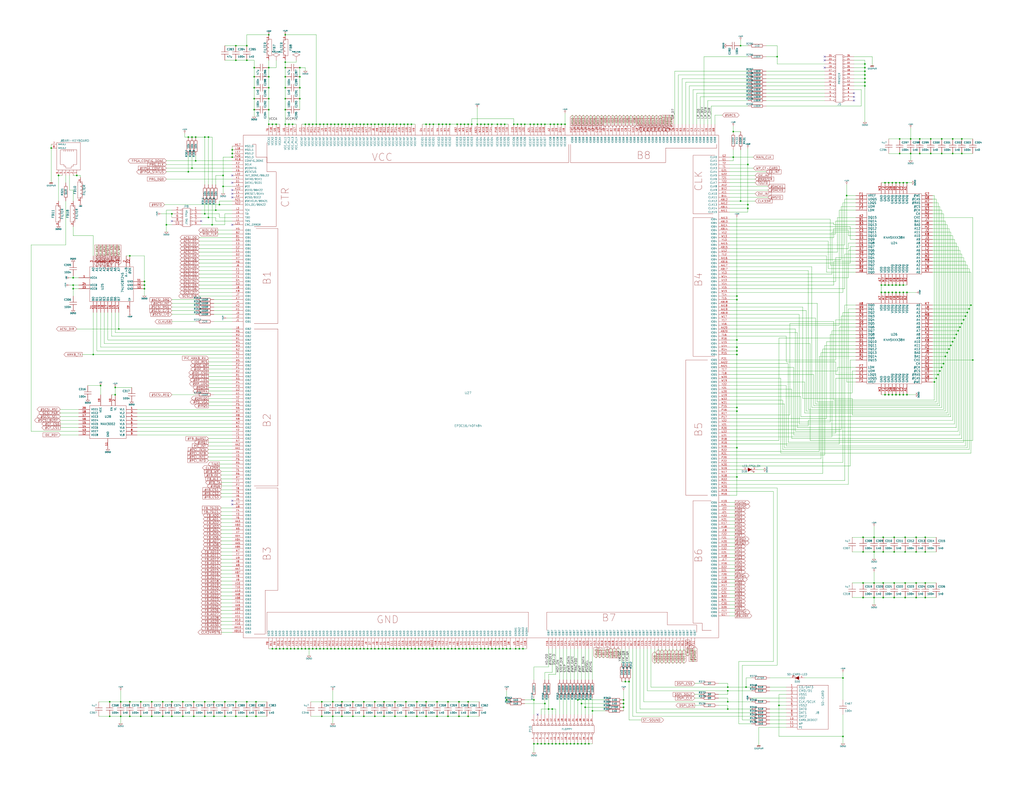
<source format=kicad_sch>
(kicad_sch (version 20230121) (generator eeschema)

  (uuid 778e5599-d263-4524-8d48-067113863e17)

  (paper "User" 711.2 558.8)

  (title_block
    (title "FireBee1 Projekt")
    (date "3 mar 2010")
    (rev "1.00")
    (company "MCS Aschwanden")
  )

  

  (junction (at 130.81 119.38) (diameter 0) (color 0 0 0 0)
    (uuid 000267b3-64ee-4c6f-ac15-8d99ad37aedc)
  )
  (junction (at 267.97 450.85) (diameter 0) (color 0 0 0 0)
    (uuid 001be859-3143-49d2-ab67-505a1f2f93e9)
  )
  (junction (at 270.51 450.85) (diameter 0) (color 0 0 0 0)
    (uuid 00715df4-30bc-4b7c-b272-0520d2bb891b)
  )
  (junction (at 161.29 109.22) (diameter 0) (color 0 0 0 0)
    (uuid 009a983e-764d-4f6e-9072-62e35183505f)
  )
  (junction (at 408.94 516.89) (diameter 0) (color 0 0 0 0)
    (uuid 00b734ce-be3d-43cb-8ee5-2481cb42ab7a)
  )
  (junction (at 373.38 516.89) (diameter 0) (color 0 0 0 0)
    (uuid 0104bf40-7a98-402a-be69-1e396c6cc788)
  )
  (junction (at 224.79 86.36) (diameter 0) (color 0 0 0 0)
    (uuid 014f8640-4a9d-4cb9-8fa9-20d4192eaf68)
  )
  (junction (at 260.35 450.85) (diameter 0) (color 0 0 0 0)
    (uuid 01539d08-7979-4155-945b-f0290e4eb398)
  )
  (junction (at 252.73 86.36) (diameter 0) (color 0 0 0 0)
    (uuid 019a3f89-cc49-4cad-8c09-9b84fa60cfae)
  )
  (junction (at 177.8 497.84) (diameter 0) (color 0 0 0 0)
    (uuid 01e0e8f3-1fa4-4c11-9f26-e0750de28d52)
  )
  (junction (at 403.86 516.89) (diameter 0) (color 0 0 0 0)
    (uuid 01f4c83a-492a-4abd-96d1-54934553f81b)
  )
  (junction (at 383.54 516.89) (diameter 0) (color 0 0 0 0)
    (uuid 02509149-7d22-4a8f-8d90-7291234d653c)
  )
  (junction (at 198.12 46.99) (diameter 0) (color 0 0 0 0)
    (uuid 0313505e-0fb6-4c77-a686-331c45cdcb88)
  )
  (junction (at 149.86 146.05) (diameter 0) (color 0 0 0 0)
    (uuid 05a5c549-0828-40ee-8d82-ac57e1f2c208)
  )
  (junction (at 325.12 86.36) (diameter 0) (color 0 0 0 0)
    (uuid 05efef25-826a-4d40-8986-6d4c4f56b85f)
  )
  (junction (at 142.24 497.84) (diameter 0) (color 0 0 0 0)
    (uuid 06a365a1-4a32-423d-861f-778277f0cfa3)
  )
  (junction (at 198.12 24.13) (diameter 0) (color 0 0 0 0)
    (uuid 06da002c-69cc-4a8a-ad23-a1638b9e9dd3)
  )
  (junction (at 393.7 516.89) (diameter 0) (color 0 0 0 0)
    (uuid 06ef110a-b1c3-4921-89b6-89d3617bfde7)
  )
  (junction (at 624.84 106.68) (diameter 0) (color 0 0 0 0)
    (uuid 07776820-0123-4c6d-abeb-da39311bdea7)
  )
  (junction (at 668.02 106.68) (diameter 0) (color 0 0 0 0)
    (uuid 084c7793-e708-4b87-8281-a4e5c94bb99b)
  )
  (junction (at 607.06 373.38) (diameter 0) (color 0 0 0 0)
    (uuid 0979b45e-7c72-4caa-9c67-70f33a417df4)
  )
  (junction (at 130.81 95.25) (diameter 0) (color 0 0 0 0)
    (uuid 0a12a9ff-f877-4b86-8edc-ad143c2bcdda)
  )
  (junction (at 600.71 59.69) (diameter 0) (color 0 0 0 0)
    (uuid 0aaf35c0-ad6c-43ef-a75e-dfc9c255358b)
  )
  (junction (at 240.03 450.85) (diameter 0) (color 0 0 0 0)
    (uuid 0afb00de-35d2-4b6f-b728-6659dca171e4)
  )
  (junction (at 334.01 450.85) (diameter 0) (color 0 0 0 0)
    (uuid 0b07fcbe-655b-4233-b80c-0ccb523abaae)
  )
  (junction (at 298.45 86.36) (diameter 0) (color 0 0 0 0)
    (uuid 0b1e4815-9527-46a0-a797-c9f3d97e8a2f)
  )
  (junction (at 237.49 497.84) (diameter 0) (color 0 0 0 0)
    (uuid 0c603fcc-fae5-4747-8a5b-409d35c2a279)
  )
  (junction (at 600.71 44.45) (diameter 0) (color 0 0 0 0)
    (uuid 0d00f587-9c49-4f7d-9ea8-1ed675f1e7e3)
  )
  (junction (at 382.27 86.36) (diameter 0) (color 0 0 0 0)
    (uuid 0d3afbb4-ceea-4b63-a933-a945be930b93)
  )
  (junction (at 588.01 135.89) (diameter 0) (color 0 0 0 0)
    (uuid 0dc87aa1-056e-4c7f-9ca6-4424fb1a292b)
  )
  (junction (at 255.27 86.36) (diameter 0) (color 0 0 0 0)
    (uuid 0e15ffa8-af67-413f-9423-5785222db6a4)
  )
  (junction (at 636.27 405.13) (diameter 0) (color 0 0 0 0)
    (uuid 0ead9d3d-2fa4-4683-bd21-80d3a7e6709f)
  )
  (junction (at 511.81 285.75) (diameter 0) (color 0 0 0 0)
    (uuid 0f2bd761-5567-4619-bc5e-26df7d248924)
  )
  (junction (at 670.56 219.71) (diameter 0) (color 0 0 0 0)
    (uuid 0f657c3e-5050-4e81-9d6d-92de9967bde4)
  )
  (junction (at 134.62 487.68) (diameter 0) (color 0 0 0 0)
    (uuid 1077dd04-09fd-4d9c-9069-ed24986b42c9)
  )
  (junction (at 519.43 144.78) (diameter 0) (color 0 0 0 0)
    (uuid 11b3188a-f743-4bf8-a77b-3e8a5c98d76d)
  )
  (junction (at 622.3 127) (diameter 0) (color 0 0 0 0)
    (uuid 12c444ba-35fe-49fb-9743-267081ea19f5)
  )
  (junction (at 613.41 373.38) (diameter 0) (color 0 0 0 0)
    (uuid 13ab8f43-c4eb-4776-bbf1-f1efe915b5e3)
  )
  (junction (at 617.22 203.2) (diameter 0) (color 0 0 0 0)
    (uuid 161c0cd9-c23f-4799-87d9-a8f7a1d2c04e)
  )
  (junction (at 306.07 450.85) (diameter 0) (color 0 0 0 0)
    (uuid 165da1fa-c228-4525-9792-3c8b33322525)
  )
  (junction (at 223.52 497.84) (diameter 0) (color 0 0 0 0)
    (uuid 173b80e2-49fe-4779-b335-f4088a9fcb6f)
  )
  (junction (at 370.84 486.41) (diameter 0) (color 0 0 0 0)
    (uuid 17741344-103a-432f-9302-c07806315786)
  )
  (junction (at 186.69 68.58) (diameter 0) (color 0 0 0 0)
    (uuid 179d3136-130b-49d3-b1a6-609004e00b59)
  )
  (junction (at 433.07 491.49) (diameter 0) (color 0 0 0 0)
    (uuid 17bd22b1-e3cc-45d6-95d7-b0f108c0620e)
  )
  (junction (at 142.24 95.25) (diameter 0) (color 0 0 0 0)
    (uuid 1858fba0-f250-480e-ac38-16de5ace30c2)
  )
  (junction (at 375.92 516.89) (diameter 0) (color 0 0 0 0)
    (uuid 1975d383-50ab-4ea0-8f0a-6eb0bf20d13a)
  )
  (junction (at 266.7 487.68) (diameter 0) (color 0 0 0 0)
    (uuid 1a1263f0-2434-4256-aa01-eb1cc199d6f6)
  )
  (junction (at 505.46 477.52) (diameter 0) (color 0 0 0 0)
    (uuid 1b6ae092-9aa9-4d94-976b-c8893de6eaba)
  )
  (junction (at 303.53 497.84) (diameter 0) (color 0 0 0 0)
    (uuid 1bade33a-3c69-40d7-9b8f-d37481ea94b4)
  )
  (junction (at 234.95 450.85) (diameter 0) (color 0 0 0 0)
    (uuid 1c0274f7-6579-4de0-8a76-eb8405cf0a39)
  )
  (junction (at 50.8 198.12) (diameter 0) (color 0 0 0 0)
    (uuid 1c5a962a-e91c-45d3-b371-929cd25fd528)
  )
  (junction (at 208.28 46.99) (diameter 0) (color 0 0 0 0)
    (uuid 1cbf9148-947e-43a1-9f2a-cfdbb6eb1107)
  )
  (junction (at 619.76 198.12) (diameter 0) (color 0 0 0 0)
    (uuid 1d5f644e-e6b3-4f13-9132-a7dbf05d6265)
  )
  (junction (at 199.39 450.85) (diameter 0) (color 0 0 0 0)
    (uuid 1dc7e645-4a33-4943-b28c-3fdfc3e6767b)
  )
  (junction (at 646.43 106.68) (diameter 0) (color 0 0 0 0)
    (uuid 1eb7cb7b-1cf7-4ff1-9048-028f2a241d5f)
  )
  (junction (at 144.78 95.25) (diameter 0) (color 0 0 0 0)
    (uuid 208f87d2-ee00-48e6-aae1-9b4ce1ebc254)
  )
  (junction (at 222.25 450.85) (diameter 0) (color 0 0 0 0)
    (uuid 219b3846-a7b9-49dd-b20d-ee489aba72c0)
  )
  (junction (at 617.22 198.12) (diameter 0) (color 0 0 0 0)
    (uuid 22c030d8-8bbc-4341-a162-e7a96dc89dd9)
  )
  (junction (at 283.21 86.36) (diameter 0) (color 0 0 0 0)
    (uuid 23ad0b5f-8c17-41fc-a4c4-5bbd09f84185)
  )
  (junction (at 325.12 497.84) (diameter 0) (color 0 0 0 0)
    (uuid 23eb838c-e3ba-472e-a423-b3478362d94d)
  )
  (junction (at 198.12 76.2) (diameter 0) (color 0 0 0 0)
    (uuid 245d05a9-2917-4ce8-8f0a-cb064c540304)
  )
  (junction (at 212.09 86.36) (diameter 0) (color 0 0 0 0)
    (uuid 24dbb16e-b0ea-4f90-a53f-c288e78e0f38)
  )
  (junction (at 127 487.68) (diameter 0) (color 0 0 0 0)
    (uuid 24edba66-b1fe-499d-81ba-a086855f0b5a)
  )
  (junction (at 384.81 86.36) (diameter 0) (color 0 0 0 0)
    (uuid 267c8985-8e77-4079-8dd8-fa194f628e2e)
  )
  (junction (at 612.14 198.12) (diameter 0) (color 0 0 0 0)
    (uuid 27b42f68-699d-4c59-90b1-ebda8da9110d)
  )
  (junction (at 191.77 86.36) (diameter 0) (color 0 0 0 0)
    (uuid 28963c64-3910-4fc7-8136-f6a40803f5d4)
  )
  (junction (at 227.33 86.36) (diameter 0) (color 0 0 0 0)
    (uuid 298cd27d-fc34-449f-9f05-83abee2b8a1e)
  )
  (junction (at 147.32 156.21) (diameter 0) (color 0 0 0 0)
    (uuid 2b44a530-2d94-4186-adda-fc8ec9a4ae38)
  )
  (junction (at 511.81 208.28) (diameter 0) (color 0 0 0 0)
    (uuid 2bf6bfbe-727e-4893-810f-29085194d9ce)
  )
  (junction (at 283.21 450.85) (diameter 0) (color 0 0 0 0)
    (uuid 2c1c4c55-3778-4d98-b504-e694acd6c66d)
  )
  (junction (at 339.09 86.36) (diameter 0) (color 0 0 0 0)
    (uuid 2c37c045-7b9d-47a7-bca2-9e374abb65af)
  )
  (junction (at 661.67 96.52) (diameter 0) (color 0 0 0 0)
    (uuid 2cbe30eb-149b-4d92-9746-c1dc5a8bc36d)
  )
  (junction (at 270.51 86.36) (diameter 0) (color 0 0 0 0)
    (uuid 2d4874b9-1e7a-4969-bc26-bb8a04b18dbb)
  )
  (junction (at 198.12 86.36) (diameter 0) (color 0 0 0 0)
    (uuid 2e6e8d9f-28dd-4a05-96a9-1503b8e418e2)
  )
  (junction (at 142.24 148.59) (diameter 0) (color 0 0 0 0)
    (uuid 322b756e-0048-4a7e-ba03-fc38223dcad2)
  )
  (junction (at 436.88 473.71) (diameter 0) (color 0 0 0 0)
    (uuid 32555003-5e81-4873-a9ba-7b9df7f3e244)
  )
  (junction (at 627.38 274.32) (diameter 0) (color 0 0 0 0)
    (uuid 32d42f26-b042-4b61-b00d-61c4b98cd0c1)
  )
  (junction (at 281.94 487.68) (diameter 0) (color 0 0 0 0)
    (uuid 32d4aa42-f4c7-4af3-8618-459021894a7a)
  )
  (junction (at 135.89 95.25) (diameter 0) (color 0 0 0 0)
    (uuid 330651a4-2fc4-49fc-9ef5-ea03fcfe598b)
  )
  (junction (at 656.59 247.65) (diameter 0) (color 0 0 0 0)
    (uuid 33aaa390-86d3-4f34-8c26-adb32eec279e)
  )
  (junction (at 392.43 86.36) (diameter 0) (color 0 0 0 0)
    (uuid 34d873b5-8daa-4eaa-9367-4b84670db1a9)
  )
  (junction (at 280.67 450.85) (diameter 0) (color 0 0 0 0)
    (uuid 35d2b140-e3b9-416b-ab6d-01decdfc22ac)
  )
  (junction (at 50.8 200.66) (diameter 0) (color 0 0 0 0)
    (uuid 35e27079-ad47-425e-b048-ae346e742b5c)
  )
  (junction (at 364.49 86.36) (diameter 0) (color 0 0 0 0)
    (uuid 36af40c5-700a-4a53-a2a1-b6173a24f30a)
  )
  (junction (at 309.88 86.36) (diameter 0) (color 0 0 0 0)
    (uuid 36b6d59d-16a9-458a-92bb-d97a66a0ca6b)
  )
  (junction (at 76.2 487.68) (diameter 0) (color 0 0 0 0)
    (uuid 36e9ead5-3f52-45d5-bdf2-eda6a683777f)
  )
  (junction (at 134.62 497.84) (diameter 0) (color 0 0 0 0)
    (uuid 38cd4ac3-37c7-4b64-8bf6-005c6f091705)
  )
  (junction (at 176.53 53.34) (diameter 0) (color 0 0 0 0)
    (uuid 390e1997-78d0-46dd-8118-b8f0b99213cc)
  )
  (junction (at 252.73 497.84) (diameter 0) (color 0 0 0 0)
    (uuid 3c81372e-a603-434a-8c2c-807318e61ee9)
  )
  (junction (at 212.09 450.85) (diameter 0) (color 0 0 0 0)
    (uuid 3cbc12a6-659a-44c4-8969-43fecf695ecf)
  )
  (junction (at 247.65 450.85) (diameter 0) (color 0 0 0 0)
    (uuid 3d33fbf8-f9ba-4e48-9004-0d4d0c71ddc9)
  )
  (junction (at 308.61 450.85) (diameter 0) (color 0 0 0 0)
    (uuid 3da3afe8-a50b-429f-9eee-e01055a8e5cc)
  )
  (junction (at 411.48 494.03) (diameter 0) (color 0 0 0 0)
    (uuid 3dc04f4c-d0c9-439a-866e-e894ef18995e)
  )
  (junction (at 214.63 450.85) (diameter 0) (color 0 0 0 0)
    (uuid 3ed4e1fe-bdd4-4e5c-8555-4f8dc6707acb)
  )
  (junction (at 331.47 450.85) (diameter 0) (color 0 0 0 0)
    (uuid 3f3d7b69-9cff-4f6e-ab02-ff287a7c2c33)
  )
  (junction (at 599.44 383.54) (diameter 0) (color 0 0 0 0)
    (uuid 3f593403-581d-442d-bf96-38e1deac3afd)
  )
  (junction (at 171.45 487.68) (diameter 0) (color 0 0 0 0)
    (uuid 403ff98b-5ab6-478a-b356-650d339ca312)
  )
  (junction (at 636.27 373.38) (diameter 0) (color 0 0 0 0)
    (uuid 406370ee-3f4d-4f46-ade0-3eab8648e57c)
  )
  (junction (at 266.7 497.84) (diameter 0) (color 0 0 0 0)
    (uuid 40ae65ed-eb7b-484e-9cf8-46a441532322)
  )
  (junction (at 391.16 516.89) (diameter 0) (color 0 0 0 0)
    (uuid 4144efd0-2c23-4888-befd-3e7b049aad78)
  )
  (junction (at 257.81 86.36) (diameter 0) (color 0 0 0 0)
    (uuid 414557a6-7716-4791-a5d4-2fb6064c323b)
  )
  (junction (at 142.24 487.68) (diameter 0) (color 0 0 0 0)
    (uuid 41ae3828-7302-4fba-82b9-13a8909afa12)
  )
  (junction (at 614.68 127) (diameter 0) (color 0 0 0 0)
    (uuid 41bba09b-2149-4fff-aba1-e146c7d4c2e0)
  )
  (junction (at 624.84 198.12) (diameter 0) (color 0 0 0 0)
    (uuid 41c54f8b-e12f-4d7a-b181-5c3d52b71262)
  )
  (junction (at 76.2 497.84) (diameter 0) (color 0 0 0 0)
    (uuid 42b1e4ce-e552-4c4c-8554-ecadd2390ee6)
  )
  (junction (at 627.38 198.12) (diameter 0) (color 0 0 0 0)
    (uuid 43430bc2-372f-4a90-92ef-c630e140d7a4)
  )
  (junction (at 267.97 86.36) (diameter 0) (color 0 0 0 0)
    (uuid 4406c087-35fd-44bb-a61b-cd13ced90b92)
  )
  (junction (at 585.47 471.17) (diameter 0) (color 0 0 0 0)
    (uuid 45218378-ca43-4535-b69c-34831daf0412)
  )
  (junction (at 289.56 487.68) (diameter 0) (color 0 0 0 0)
    (uuid 4737f7bc-e17d-416f-8618-1473a8be4f96)
  )
  (junction (at 171.45 497.84) (diameter 0) (color 0 0 0 0)
    (uuid 47e24e64-6c63-49c7-89f7-1844eb76bc2a)
  )
  (junction (at 255.27 450.85) (diameter 0) (color 0 0 0 0)
    (uuid 48274257-baed-409b-884e-a31d58084d08)
  )
  (junction (at 119.38 487.68) (diameter 0) (color 0 0 0 0)
    (uuid 493ea006-c470-4020-ab31-fb3092dbe971)
  )
  (junction (at 219.71 450.85) (diameter 0) (color 0 0 0 0)
    (uuid 49f97f4c-d6c4-4d83-9b2c-db018174a2c5)
  )
  (junction (at 217.17 86.36) (diameter 0) (color 0 0 0 0)
    (uuid 4bbbe49b-3a58-4ae6-883f-d822f8aec991)
  )
  (junction (at 654.05 255.27) (diameter 0) (color 0 0 0 0)
    (uuid 4c7f41c9-e604-4099-bb26-41d7cdbd275f)
  )
  (junction (at 119.38 148.59) (diameter 0) (color 0 0 0 0)
    (uuid 4d8a8b4d-1663-4237-bbe7-dfaa0e1e9c57)
  )
  (junction (at 223.52 487.68) (diameter 0) (color 0 0 0 0)
    (uuid 4dab4df3-56c9-4dde-b82c-360eb4ac9100)
  )
  (junction (at 295.91 487.68) (diameter 0) (color 0 0 0 0)
    (uuid 4dd59cf9-69e9-4019-87a5-b8336fcd8e1b)
  )
  (junction (at 144.78 151.13) (diameter 0) (color 0 0 0 0)
    (uuid 4ddfd080-ab5c-4797-9ebe-c7c268ac6344)
  )
  (junction (at 293.37 450.85) (diameter 0) (color 0 0 0 0)
    (uuid 4ee6ba2c-889c-4037-b603-7e2cbdf74c81)
  )
  (junction (at 317.5 86.36) (diameter 0) (color 0 0 0 0)
    (uuid 4f4b48c2-5cbd-4027-ac17-af312db5af3c)
  )
  (junction (at 654.05 96.52) (diameter 0) (color 0 0 0 0)
    (uuid 4f50981b-4f25-433e-a62c-a14828918f9b)
  )
  (junction (at 232.41 450.85) (diameter 0) (color 0 0 0 0)
    (uuid 4f589c84-36d1-423e-be73-8400d421a81b)
  )
  (junction (at 288.29 450.85) (diameter 0) (color 0 0 0 0)
    (uuid 5170d4e4-30cf-4ded-a545-920292362cdf)
  )
  (junction (at 629.92 203.2) (diameter 0) (color 0 0 0 0)
    (uuid 51a5f567-3328-4c5c-802c-44c4cd26db59)
  )
  (junction (at 614.68 274.32) (diameter 0) (color 0 0 0 0)
    (uuid 51aad1de-c4f1-466b-b646-e97fa4feec98)
  )
  (junction (at 511.81 205.74) (diameter 0) (color 0 0 0 0)
    (uuid 51de80be-26b8-47f5-9336-5e0cde021ba4)
  )
  (junction (at 664.21 232.41) (diameter 0) (color 0 0 0 0)
    (uuid 539e4152-114f-40f1-a956-4cc99d7e6545)
  )
  (junction (at 83.82 487.68) (diameter 0) (color 0 0 0 0)
    (uuid 53bb1e3b-c2e7-400f-b843-756171ac80be)
  )
  (junction (at 208.28 68.58) (diameter 0) (color 0 0 0 0)
    (uuid 53df7e3f-39b1-4ffa-b4fc-252b6572d30e)
  )
  (junction (at 163.83 31.75) (diameter 0) (color 0 0 0 0)
    (uuid 54e43295-52eb-4f00-890b-0543b1f126d3)
  )
  (junction (at 154.94 129.54) (diameter 0) (color 0 0 0 0)
    (uuid 5528df10-e4b2-49e9-968a-2023114394c4)
  )
  (junction (at 619.76 274.32) (diameter 0) (color 0 0 0 0)
    (uuid 55d6e98a-3f42-482b-8646-87f4c63c9df9)
  )
  (junction (at 675.64 250.19) (diameter 0) (color 0 0 0 0)
    (uuid 56f49ddf-5417-409a-b3d3-7bf864a4d3a7)
  )
  (junction (at 177.8 487.68) (diameter 0) (color 0 0 0 0)
    (uuid 572c4292-e4fd-4628-aa7c-ae4e4049f9d7)
  )
  (junction (at 648.97 265.43) (diameter 0) (color 0 0 0 0)
    (uuid 57a414f0-3f50-42fb-a553-41bec160cc00)
  )
  (junction (at 351.79 486.41) (diameter 0) (color 0 0 0 0)
    (uuid 5814eb90-296d-4fae-8b6c-14dbd5d5b1d5)
  )
  (junction (at 90.17 177.8) (diameter 0) (color 0 0 0 0)
    (uuid 58208391-1503-4c05-bbc4-ee18d75fbbc2)
  )
  (junction (at 341.63 450.85) (diameter 0) (color 0 0 0 0)
    (uuid 5827ec03-991e-47d7-99ff-d9cf47ff1052)
  )
  (junction (at 148.59 487.68) (diameter 0) (color 0 0 0 0)
    (uuid 58a6f144-113a-413e-9632-ddf630cf1235)
  )
  (junction (at 281.94 497.84) (diameter 0) (color 0 0 0 0)
    (uuid 59bef6dc-812f-4088-809d-db402a791c17)
  )
  (junction (at 208.28 53.34) (diameter 0) (color 0 0 0 0)
    (uuid 5a4cf7cb-ac47-4a26-8e26-d299ff2bb701)
  )
  (junction (at 642.62 383.54) (diameter 0) (color 0 0 0 0)
    (uuid 5a76471c-802f-4482-a9bf-ac8f4fc49793)
  )
  (junction (at 511.81 241.3) (diameter 0) (color 0 0 0 0)
    (uuid 5a9f28e1-3a07-4162-94b3-13f09e9761ee)
  )
  (junction (at 163.83 497.84) (diameter 0) (color 0 0 0 0)
    (uuid 5aae9844-361c-4aed-ab31-e510ba89844d)
  )
  (junction (at 176.53 68.58) (diameter 0) (color 0 0 0 0)
    (uuid 5afbc2b5-33e8-41d1-8b90-f42dd24381fa)
  )
  (junction (at 621.03 415.29) (diameter 0) (color 0 0 0 0)
    (uuid 5b639c25-b622-4400-8666-55930c155670)
  )
  (junction (at 237.49 450.85) (diameter 0) (color 0 0 0 0)
    (uuid 5b85aa5f-21ce-44c4-9de5-813d42108baa)
  )
  (junction (at 186.69 53.34) (diameter 0) (color 0 0 0 0)
    (uuid 5c192b67-9487-4dbf-b8f7-6fbff3735c92)
  )
  (junction (at 674.37 212.09) (diameter 0) (color 0 0 0 0)
    (uuid 5c904bad-df47-4aa4-9ed1-bf55484096d8)
  )
  (junction (at 204.47 450.85) (diameter 0) (color 0 0 0 0)
    (uuid 5cb66738-4a55-4c64-953c-1b4b94b566d5)
  )
  (junction (at 171.45 31.75) (diameter 0) (color 0 0 0 0)
    (uuid 5cd412a6-2da6-4603-97d9-2a6ae272ef3c)
  )
  (junction (at 194.31 450.85) (diameter 0) (color 0 0 0 0)
    (uuid 5ce7ccf2-d029-44c9-8825-fe8248c6ad06)
  )
  (junction (at 113.03 497.84) (diameter 0) (color 0 0 0 0)
    (uuid 5e1e6e1e-6927-4bab-8a42-0726b8d5c764)
  )
  (junction (at 325.12 487.68) (diameter 0) (color 0 0 0 0)
    (uuid 603eea95-383c-4b27-bd33-d47cdf259181)
  )
  (junction (at 511.81 243.84) (diameter 0) (color 0 0 0 0)
    (uuid 605017fa-3033-4f8a-baf1-f05a6f35eb61)
  )
  (junction (at 654.05 106.68) (diameter 0) (color 0 0 0 0)
    (uuid 61291eab-626d-4d4b-bf61-bbee83b466c2)
  )
  (junction (at 80.01 269.24) (diameter 0) (color 0 0 0 0)
    (uuid 61bfad4c-fb97-4fa0-b7ef-919cf2c89503)
  )
  (junction (at 214.63 86.36) (diameter 0) (color 0 0 0 0)
    (uuid 61d6ad77-915b-4f87-8b00-aa6f2b85cb77)
  )
  (junction (at 198.12 53.34) (diameter 0) (color 0 0 0 0)
    (uuid 6217ce3a-9eb0-49a7-ae88-9ce9891fbe52)
  )
  (junction (at 511.81 311.15) (diameter 0) (color 0 0 0 0)
    (uuid 6261b10b-4c93-4580-836a-ca0a35050447)
  )
  (junction (at 636.27 383.54) (diameter 0) (color 0 0 0 0)
    (uuid 633b7178-d690-49df-879b-170bee6f83a2)
  )
  (junction (at 628.65 373.38) (diameter 0) (color 0 0 0 0)
    (uuid 63db73ab-165b-4a07-bda4-efa33a9d40e0)
  )
  (junction (at 307.34 86.36) (diameter 0) (color 0 0 0 0)
    (uuid 64436117-59b1-4d63-b3d8-53317c01a6d4)
  )
  (junction (at 389.89 86.36) (diameter 0) (color 0 0 0 0)
    (uuid 662e56f1-fb43-4a47-8c74-480388f8b81f)
  )
  (junction (at 381 516.89) (diameter 0) (color 0 0 0 0)
    (uuid 665f02f4-e31f-4586-92b3-358dee823a8e)
  )
  (junction (at 156.21 487.68) (diameter 0) (color 0 0 0 0)
    (uuid 666b6a0f-7ddc-4064-8535-ff1e6c235a0e)
  )
  (junction (at 322.58 86.36) (diameter 0) (color 0 0 0 0)
    (uuid 67514bea-e876-4e14-b138-1bc7b8a2c343)
  )
  (junction (at 82.55 228.6) (diameter 0) (color 0 0 0 0)
    (uuid 67a55ae0-dbaa-4f17-ba9f-1755adf87ead)
  )
  (junction (at 624.84 274.32) (diameter 0) (color 0 0 0 0)
    (uuid 67d95926-27df-43e7-a2ce-11dbd7fd7c65)
  )
  (junction (at 386.08 516.89) (diameter 0) (color 0 0 0 0)
    (uuid 67f2bea5-26a5-40d0-b361-4cce7af4105c)
  )
  (junction (at 627.38 127) (diameter 0) (color 0 0 0 0)
    (uuid 6854313b-6ef0-4122-8655-80f2683debae)
  )
  (junction (at 505.46 487.68) (diameter 0) (color 0 0 0 0)
    (uuid 69770c1f-1efd-444b-a51e-b9c598516418)
  )
  (junction (at 638.81 96.52) (diameter 0) (color 0 0 0 0)
    (uuid 69e0e227-7a20-4102-b97c-be7c383063b9)
  )
  (junction (at 320.04 86.36) (diameter 0) (color 0 0 0 0)
    (uuid 69fd1067-8153-4b41-b7ae-adc4c2a90dcd)
  )
  (junction (at 115.57 156.21) (diameter 0) (color 0 0 0 0)
    (uuid 6a4031a4-2017-4666-ad9b-8b99cbba765d)
  )
  (junction (at 321.31 450.85) (diameter 0) (color 0 0 0 0)
    (uuid 6aef4ec2-4592-46df-b9a2-b3c3c7f504e9)
  )
  (junction (at 519.43 114.3) (diameter 0) (color 0 0 0 0)
    (uuid 6b292ebd-7067-4b24-b6d3-08749796638c)
  )
  (junction (at 383.54 492.76) (diameter 0) (color 0 0 0 0)
    (uuid 6c83cd53-7445-4d19-9901-b6ca304959f3)
  )
  (junction (at 105.41 487.68) (diameter 0) (color 0 0 0 0)
    (uuid 6c8c093d-b998-4934-bf9e-8939373263e3)
  )
  (junction (at 669.29 222.25) (diameter 0) (color 0 0 0 0)
    (uuid 6ceda209-ff7b-461e-a4a9-ac5e0eeeed09)
  )
  (junction (at 260.35 86.36) (diameter 0) (color 0 0 0 0)
    (uuid 6d9df807-259e-4642-b276-3437d75a63e0)
  )
  (junction (at 245.11 487.68) (diameter 0) (color 0 0 0 0)
    (uuid 6dab7dac-dbea-4111-b83e-f4b562612c25)
  )
  (junction (at 198.12 43.18) (diameter 0) (color 0 0 0 0)
    (uuid 6dab8fc9-076b-48ed-b96e-2af29f7547a6)
  )
  (junction (at 105.41 497.84) (diameter 0) (color 0 0 0 0)
    (uuid 6eedf10b-0914-404e-b03b-505f4bcebd1e)
  )
  (junction (at 336.55 450.85) (diameter 0) (color 0 0 0 0)
    (uuid 6f3aa2fc-67ab-4d14-bc26-3832d5ebc46a)
  )
  (junction (at 163.83 487.68) (diameter 0) (color 0 0 0 0)
    (uuid 7070c2b9-b8aa-4a80-8c43-33474047cbf8)
  )
  (junction (at 607.06 405.13) (diameter 0) (color 0 0 0 0)
    (uuid 70824480-5ab8-4340-9ab8-b3e379b8155c)
  )
  (junction (at 665.48 229.87) (diameter 0) (color 0 0 0 0)
    (uuid 71b8ce2b-13b8-47cf-8f2d-e1f4b06d1537)
  )
  (junction (at 198.12 68.58) (diameter 0) (color 0 0 0 0)
    (uuid 727b6af9-7a76-4207-a9d3-df7440aa2da3)
  )
  (junction (at 347.98 86.36) (diameter 0) (color 0 0 0 0)
    (uuid 72b0be8e-17f0-4b57-90a9-f94d3ce6606d)
  )
  (junction (at 509.27 109.22) (diameter 0) (color 0 0 0 0)
    (uuid 732dd6f4-da4e-4b90-b86d-7a2474f1cda8)
  )
  (junction (at 629.92 274.32) (diameter 0) (color 0 0 0 0)
    (uuid 73ca67d5-4570-47a3-a296-ee791166719b)
  )
  (junction (at 304.8 86.36) (diameter 0) (color 0 0 0 0)
    (uuid 748f5c0d-019c-428b-9d44-4a7ca5801e55)
  )
  (junction (at 613.41 405.13) (diameter 0) (color 0 0 0 0)
    (uuid 751bb177-05f1-43bf-b64b-4e1f26d96758)
  )
  (junction (at 252.73 450.85) (diameter 0) (color 0 0 0 0)
    (uuid 754fcaae-bd59-4714-8070-ebd9560591f9)
  )
  (junction (at 585.47 511.81) (diameter 0) (color 0 0 0 0)
    (uuid 75934706-bd1d-4832-9b1a-c3b450558b03)
  )
  (junction (at 198.12 60.96) (diameter 0) (color 0 0 0 0)
    (uuid 763b1de1-f52e-4f5d-a2c5-e1329fc39bca)
  )
  (junction (at 434.34 473.71) (diameter 0) (color 0 0 0 0)
    (uuid 76b2a960-eb1e-430b-9c66-b68ec0d94aab)
  )
  (junction (at 35.56 102.87) (diameter 0) (color 0 0 0 0)
    (uuid 76e65099-aaa2-46f8-9442-6850b4cb1e94)
  )
  (junction (at 628.65 383.54) (diameter 0) (color 0 0 0 0)
    (uuid 7744c158-dffb-4c3c-b5de-b569c42d2d96)
  )
  (junction (at 350.52 86.36) (diameter 0) (color 0 0 0 0)
    (uuid 77b9abf9-0eb4-4ac3-9ef6-9abc760a8588)
  )
  (junction (at 387.35 86.36) (diameter 0) (color 0 0 0 0)
    (uuid 7a159575-1a94-4c73-9725-1f874d0da057)
  )
  (junction (at 406.4 491.49) (diameter 0) (color 0 0 0 0)
    (uuid 7bac69c1-63af-47af-b183-9c0c2190cdb8)
  )
  (junction (at 196.85 450.85) (diameter 0) (color 0 0 0 0)
    (uuid 7bdec579-2d9b-4969-9e1c-6a5f842e87ac)
  )
  (junction (at 227.33 450.85) (diameter 0) (color 0 0 0 0)
    (uuid 7c50148d-decb-4015-8b6c-87be5ee60265)
  )
  (junction (at 619.76 127) (diameter 0) (color 0 0 0 0)
    (uuid 7c7124f3-f7fc-4e73-9f0d-5bbbe48fca14)
  )
  (junction (at 247.65 86.36) (diameter 0) (color 0 0 0 0)
    (uuid 7d593328-ea42-444e-97ed-240520eeadc7)
  )
  (junction (at 234.95 86.36) (diameter 0) (color 0 0 0 0)
    (uuid 7de70b3c-3d7a-4e26-af6e-107f7e83d656)
  )
  (junction (at 622.3 198.12) (diameter 0) (color 0 0 0 0)
    (uuid 7ef5c0c0-fdcc-4c96-b661-73a9c813f210)
  )
  (junction (at 359.41 86.36) (diameter 0) (color 0 0 0 0)
    (uuid 7fc90ed7-a0fb-4999-83a1-2d254e6c8cad)
  )
  (junction (at 627.38 203.2) (diameter 0) (color 0 0 0 0)
    (uuid 7ff04b7e-0156-442f-be5c-e36eded3e155)
  )
  (junction (at 361.95 86.36) (diameter 0) (color 0 0 0 0)
    (uuid 802b6e62-da8a-4718-9bcd-17c8d564272e)
  )
  (junction (at 660.4 240.03) (diameter 0) (color 0 0 0 0)
    (uuid 80403dbb-8161-4172-94b7-f9808629e487)
  )
  (junction (at 260.35 487.68) (diameter 0) (color 0 0 0 0)
    (uuid 8040aa62-e9e9-4642-93c9-10e3e8f400f6)
  )
  (junction (at 334.01 86.36) (diameter 0) (color 0 0 0 0)
    (uuid 81953c15-114d-4afc-bb2f-ccbfe96a1c44)
  )
  (junction (at 257.81 450.85) (diameter 0) (color 0 0 0 0)
    (uuid 822dd0db-6c0b-470d-998a-00a4c0e96e7d)
  )
  (junction (at 289.56 497.84) (diameter 0) (color 0 0 0 0)
    (uuid 829e2712-7583-40bd-90d3-155c4b8a1b10)
  )
  (junction (at 135.89 111.76) (diameter 0) (color 0 0 0 0)
    (uuid 850facd1-5dd6-4900-8598-57115f1aaef4)
  )
  (junction (at 657.86 245.11) (diameter 0) (color 0 0 0 0)
    (uuid 8596d243-7d0a-41bc-a3f3-df256eb61a9c)
  )
  (junction (at 666.75 227.33) (diameter 0) (color 0 0 0 0)
    (uuid 85b83f23-d661-40e8-a475-91a0d1d0a9db)
  )
  (junction (at 646.43 96.52) (diameter 0) (color 0 0 0 0)
    (uuid 8713aaaf-b83a-4816-8acb-8a41cc95d33e)
  )
  (junction (at 295.91 450.85) (diameter 0) (color 0 0 0 0)
    (uuid 872fac62-2c49-453a-a559-1cfc2fce9221)
  )
  (junction (at 203.2 86.36) (diameter 0) (color 0 0 0 0)
    (uuid 882992a2-48c0-4c08-bba1-f6d0a55e2a7d)
  )
  (junction (at 331.47 86.36) (diameter 0) (color 0 0 0 0)
    (uuid 894801ce-e14f-4fe5-aee4-a3b51103500c)
  )
  (junction (at 621.03 383.54) (diameter 0) (color 0 0 0 0)
    (uuid 89c07330-9eff-4ffc-bace-a233635de1b3)
  )
  (junction (at 642.62 373.38) (diameter 0) (color 0 0 0 0)
    (uuid 8a32eb2e-f8f1-44c3-ae21-6b8ac5347660)
  )
  (junction (at 652.78 257.81) (diameter 0) (color 0 0 0 0)
    (uuid 8a58b841-dd3b-4b52-b66e-51227767d626)
  )
  (junction (at 217.17 450.85) (diameter 0) (color 0 0 0 0)
    (uuid 8a69421d-b19d-4dd2-8c07-a11f6b509a9b)
  )
  (junction (at 662.94 234.95) (diameter 0) (color 0 0 0 0)
    (uuid 8af0a2ac-493c-49f5-9588-fa7be91dc439)
  )
  (junction (at 378.46 488.95) (diameter 0) (color 0 0 0 0)
    (uuid 8d6c3996-76d0-48fa-851c-3f69e3f2eb1e)
  )
  (junction (at 614.68 198.12) (diameter 0) (color 0 0 0 0)
    (uuid 8d762d5f-6001-4e19-9855-a2cfcaea585b)
  )
  (junction (at 599.44 373.38) (diameter 0) (color 0 0 0 0)
    (uuid 8df6a36e-2618-4b3b-bf7d-936a20e3dca2)
  )
  (junction (at 90.17 497.84) (diameter 0) (color 0 0 0 0)
    (uuid 8ea1a5d0-e99b-4eca-8649-cd89f557c0bc)
  )
  (junction (at 344.17 450.85) (diameter 0) (color 0 0 0 0)
    (uuid 8f30a500-1172-4ba6-8559-43f0dc4727c9)
  )
  (junction (at 327.66 86.36) (diameter 0) (color 0 0 0 0)
    (uuid 8fa447e4-c604-4f23-a5bc-2e1ca9e5b1b2)
  )
  (junction (at 208.28 60.96) (diameter 0) (color 0 0 0 0)
    (uuid 9020196c-e65b-4f88-b26e-411fa372f698)
  )
  (junction (at 207.01 450.85) (diameter 0) (color 0 0 0 0)
    (uuid 902e5207-b7e0-4ed2-b5a6-d3064493fb51)
  )
  (junction (at 612.14 203.2) (diameter 0) (color 0 0 0 0)
    (uuid 903e75f0-5071-4d3a-824f-5e77271ca8db)
  )
  (junction (at 127 497.84) (diameter 0) (color 0 0 0 0)
    (uuid 9081a281-2096-44da-84d1-05456c9ad713)
  )
  (junction (at 209.55 450.85) (diameter 0) (color 0 0 0 0)
    (uuid 917661ac-3074-41bc-9144-5bc48cc97430)
  )
  (junction (at 638.81 106.68) (diameter 0) (color 0 0 0 0)
    (uuid 92e5dc5c-e64c-41eb-87aa-ae507d047b97)
  )
  (junction (at 186.69 46.99) (diameter 0) (color 0 0 0 0)
    (uuid 94773f58-0a48-4f06-8b40-431714f19ad9)
  )
  (junction (at 50.8 193.04) (diameter 0) (color 0 0 0 0)
    (uuid 94d126ed-864e-4d8d-a5b0-0473e6655381)
  )
  (junction (at 312.42 86.36) (diameter 0) (color 0 0 0 0)
    (uuid 94dbb24e-dd53-4dff-958c-8ffa90d3f941)
  )
  (junction (at 176.53 60.96) (diameter 0) (color 0 0 0 0)
    (uuid 951198a2-cdb2-402e-8905-327b8f4227e4)
  )
  (junction (at 600.71 52.07) (diameter 0) (color 0 0 0 0)
    (uuid 96786359-8bd6-4aaa-b50b-f46ac0683a76)
  )
  (junction (at 113.03 487.68) (diameter 0) (color 0 0 0 0)
    (uuid 9685a395-3282-4010-bab0-bdd93240dbfb)
  )
  (junction (at 69.85 267.97) (diameter 0) (color 0 0 0 0)
    (uuid 96aed4e0-db23-47b1-883c-574c17f5f431)
  )
  (junction (at 242.57 86.36) (diameter 0) (color 0 0 0 0)
    (uuid 97767f8d-33b3-4da4-b2b0-c6962fd7a6cc)
  )
  (junction (at 328.93 450.85) (diameter 0) (color 0 0 0 0)
    (uuid 97f72714-1541-4149-bddc-6f9bd521da0a)
  )
  (junction (at 628.65 415.29) (diameter 0) (color 0 0 0 0)
    (uuid 9809f087-8110-4df1-8b01-2c1582454322)
  )
  (junction (at 505.46 492.76) (diameter 0) (color 0 0 0 0)
    (uuid 98d4fd10-e437-48fe-8060-ff45336e85d1)
  )
  (junction (at 186.69 24.13) (diameter 0) (color 0 0 0 0)
    (uuid 9966eb28-f06c-43d0-b970-fee19b4169f2)
  )
  (junction (at 381 492.76) (diameter 0) (color 0 0 0 0)
    (uuid 9967e1cc-8647-46a9-8259-48db0007e9d9)
  )
  (junction (at 617.22 274.32) (diameter 0) (color 0 0 0 0)
    (uuid 99699b06-d88c-4bd0-9ba3-8df84d365d09)
  )
  (junction (at 511.81 236.22) (diameter 0) (color 0 0 0 0)
    (uuid 9a718542-d096-4156-b52a-948fa9786f27)
  )
  (junction (at 655.32 252.73) (diameter 0) (color 0 0 0 0)
    (uuid 9b08da68-acce-417e-aa6f-728987786ab3)
  )
  (junction (at 186.69 76.2) (diameter 0) (color 0 0 0 0)
    (uuid 9c16831d-aae9-4309-9fa2-c88111552572)
  )
  (junction (at 298.45 450.85) (diameter 0) (color 0 0 0 0)
    (uuid 9c8ef0ce-05cf-4b88-a5ca-36781f57ea51)
  )
  (junction (at 642.62 405.13) (diameter 0) (color 0 0 0 0)
    (uuid 9d25897a-1fc1-4ed7-9cad-195889ba1888)
  )
  (junction (at 396.24 516.89) (diameter 0) (color 0 0 0 0)
    (uuid 9d87a7a3-9eff-4d5c-8c0a-66c353d6620d)
  )
  (junction (at 636.27 415.29) (diameter 0) (color 0 0 0 0)
    (uuid 9dcb6ac0-ecd0-404e-bd2e-e4e016701647)
  )
  (junction (at 323.85 450.85) (diameter 0) (color 0 0 0 0)
    (uuid 9e7ca3dc-5a04-4774-a4ef-15b906392e61)
  )
  (junction (at 629.92 127) (diameter 0) (color 0 0 0 0)
    (uuid 9f7eb90d-e388-4384-8aaa-ad84e7953545)
  )
  (junction (at 186.69 86.36) (diameter 0) (color 0 0 0 0)
    (uuid a02c2d05-67e2-4a36-9848-3f4a339a2502)
  )
  (junction (at 274.32 487.68) (diameter 0) (color 0 0 0 0)
    (uuid a053d2c0-a8f9-49d9-8d69-7b0ec0c550b1)
  )
  (junction (at 237.49 487.68) (diameter 0) (color 0 0 0 0)
    (uuid a3e4d7dd-7efd-409c-b9b2-aa3a35b1547a)
  )
  (junction (at 345.44 86.36) (diameter 0) (color 0 0 0 0)
    (uuid a50b1fcc-5629-43fb-a88b-2696c78ba2c6)
  )
  (junction (at 186.69 60.96) (diameter 0) (color 0 0 0 0)
    (uuid a52a47d9-32ad-4c26-8292-5ede58ea4b06)
  )
  (junction (at 176.53 76.2) (diameter 0) (color 0 0 0 0)
    (uuid a5403545-dbd3-41e8-ba7b-044abb634aa1)
  )
  (junction (at 378.46 86.36) (diameter 0) (color 0 0 0 0)
    (uuid a64d882d-ddf3-4b96-80b1-ae1e6c8952e1)
  )
  (junction (at 100.33 198.12) (diameter 0) (color 0 0 0 0)
    (uuid a8b793d9-0716-40fa-bef8-b91a6a2bd900)
  )
  (junction (at 318.77 487.68) (diameter 0) (color 0 0 0 0)
    (uuid aa2b6f58-7857-44c9-9ed5-d0a830d7aeb7)
  )
  (junction (at 619.76 203.2) (diameter 0) (color 0 0 0 0)
    (uuid ab8af9aa-b878-4f30-8d88-98bab2e056a7)
  )
  (junction (at 280.67 86.36) (diameter 0) (color 0 0 0 0)
    (uuid abd56c29-6449-4ecd-8a07-1bb696b2eab6)
  )
  (junction (at 265.43 86.36) (diameter 0) (color 0 0 0 0)
    (uuid ac878948-9b3e-4183-ad6b-f6b7ad96e7f4)
  )
  (junction (at 403.86 488.95) (diameter 0) (color 0 0 0 0)
    (uuid aca25a90-b86c-42e3-a829-7c2ab65f6e1f)
  )
  (junction (at 614.68 203.2) (diameter 0) (color 0 0 0 0)
    (uuid adff26ce-94d2-4779-b55f-5f1843b5401e)
  )
  (junction (at 600.71 49.53) (diameter 0) (color 0 0 0 0)
    (uuid ae0d2f43-fcce-4e3d-9777-82dde1fbe886)
  )
  (junction (at 278.13 450.85) (diameter 0) (color 0 0 0 0)
    (uuid ae2ee8e8-6ec4-41c0-9e94-b9eb677cb3f5)
  )
  (junction (at 661.67 237.49) (diameter 0) (color 0 0 0 0)
    (uuid af53dafe-6ba7-4766-b06a-72fe6a78233a)
  )
  (junction (at 295.91 86.36) (diameter 0) (color 0 0 0 0)
    (uuid b16b168e-8567-40c2-b38e-e2b8b620cdcc)
  )
  (junction (at 201.93 450.85) (diameter 0) (color 0 0 0 0)
    (uuid b1b73bb5-ffb7-4534-ae45-da4e871554b7)
  )
  (junction (at 539.75 39.37) (diameter 0) (color 0 0 0 0)
    (uuid b234dca8-b6f9-421a-a050-700c81e74096)
  )
  (junction (at 511.81 331.47) (diameter 0) (color 0 0 0 0)
    (uuid b31eeb9d-1f3d-434d-80f7-b88c3c9a698a)
  )
  (junction (at 363.22 450.85) (diameter 0) (color 0 0 0 0)
    (uuid b443e567-eef1-4045-a598-f75006640d8d)
  )
  (junction (at 433.07 488.95) (diameter 0) (color 0 0 0 0)
    (uuid b4a78add-1204-402a-b284-f812dd399268)
  )
  (junction (at 222.25 86.36) (diameter 0) (color 0 0 0 0)
    (uuid b4b53077-258c-45b1-9158-a9f56fc3a099)
  )
  (junction (at 311.15 487.68) (diameter 0) (color 0 0 0 0)
    (uuid b4e9b9d5-a80d-44d4-b57e-7cc90e5592ad)
  )
  (junction (at 148.59 497.84) (diameter 0) (color 0 0 0 0)
    (uuid b6422134-9ae5-4163-98b0-c04baf5da74b)
  )
  (junction (at 200.66 86.36) (diameter 0) (color 0 0 0 0)
    (uuid b6759bba-bc63-4331-810f-d05f805e5606)
  )
  (junction (at 83.82 497.84) (diameter 0) (color 0 0 0 0)
    (uuid b6b9b541-6180-4e08-836f-d5cfb1f0405b)
  )
  (junction (at 671.83 217.17) (diameter 0) (color 0 0 0 0)
    (uuid b7213a3d-d2de-47f2-ae20-ce5d1b3d596e)
  )
  (junction (at 668.02 224.79) (diameter 0) (color 0 0 0 0)
    (uuid b821d8e8-5cbb-48c6-9f46-b79193b97744)
  )
  (junction (at 273.05 450.85) (diameter 0) (color 0 0 0 0)
    (uuid b977c3ac-2084-4a88-acc0-df2f9de9ce36)
  )
  (junction (at 100.33 195.58) (diameter 0) (color 0 0 0 0)
    (uuid ba2b0028-b3f6-4bb9-b502-045c6c37377e)
  )
  (junction (at 673.1 214.63) (diameter 0) (color 0 0 0 0)
    (uuid bae0b059-019e-475d-bf26-6e00f044ec46)
  )
  (junction (at 245.11 450.85) (diameter 0) (color 0 0 0 0)
    (uuid bae4e189-60eb-461f-9b7f-b05484c403ec)
  )
  (junction (at 133.35 95.25) (diameter 0) (color 0 0 0 0)
    (uuid bb04c3c8-5c1d-42d8-be1c-0a864bfc8afa)
  )
  (junction (at 231.14 487.68) (diameter 0) (color 0 0 0 0)
    (uuid bc2abed1-0778-407d-85e5-bb31659f2eec)
  )
  (junction (at 511.81 283.21) (diameter 0) (color 0 0 0 0)
    (uuid bcbf5468-547b-4d01-b034-1e52bf2c3d76)
  )
  (junction (at 624.84 127) (diameter 0) (color 0 0 0 0)
    (uuid bd2bdee6-af3a-47a3-8452-46a281ca76ec)
  )
  (junction (at 300.99 450.85) (diameter 0) (color 0 0 0 0)
    (uuid be748626-71a7-4afb-b52b-327a90ae6c0b)
  )
  (junction (at 275.59 86.36) (diameter 0) (color 0 0 0 0)
    (uuid bf1684d3-dafd-4489-8bf5-1a1e4f4e81bc)
  )
  (junction (at 600.71 54.61) (diameter 0) (color 0 0 0 0)
    (uuid c11d426e-465d-45ca-a3ad-6d3b062b8a73)
  )
  (junction (at 358.14 450.85) (diameter 0) (color 0 0 0 0)
    (uuid c1758d02-7478-48ba-8347-c7bdd77d78c0)
  )
  (junction (at 265.43 450.85) (diameter 0) (color 0 0 0 0)
    (uuid c18667a7-ccac-4586-ba65-d86def2c93ad)
  )
  (junction (at 514.35 31.75) (diameter 0) (color 0 0 0 0)
    (uuid c24777da-f148-4102-964f-d069b0194a2d)
  )
  (junction (at 252.73 487.68) (diameter 0) (color 0 0 0 0)
    (uuid c27e8111-bb7c-42ab-a082-51ea89e0fe50)
  )
  (junction (at 624.84 96.52) (diameter 0) (color 0 0 0 0)
    (uuid c37ce2bc-a5a5-4911-af1d-e95c3c800bb7)
  )
  (junction (at 240.03 86.36) (diameter 0) (color 0 0 0 0)
    (uuid c3871021-ff0e-462f-912f-644740a5a6f0)
  )
  (junction (at 303.53 450.85) (diameter 0) (color 0 0 0 0)
    (uuid c3fdb6a4-af4c-45f3-a6bc-d3c52f83d95b)
  )
  (junction (at 509.27 91.44) (diameter 0) (color 0 0 0 0)
    (uuid c4437977-aee6-4bd1-8e0c-681c339a0b77)
  )
  (junction (at 224.79 450.85) (diameter 0) (color 0 0 0 0)
    (uuid c44911eb-6984-4ffc-9669-fccaac226c05)
  )
  (junction (at 514.35 139.7) (diameter 0) (color 0 0 0 0)
    (uuid c4742665-764e-4626-b13e-ce91567cde87)
  )
  (junction (at 262.89 450.85) (diameter 0) (color 0 0 0 0)
    (uuid c4bc16cf-c74f-4b8b-9bab-689d7cebcd66)
  )
  (junction (at 349.25 450.85) (diameter 0) (color 0 0 0 0)
    (uuid c4fdcd62-bd66-409a-98f4-3928ea9a064a)
  )
  (junction (at 97.79 487.68) (diameter 0) (color 0 0 0 0)
    (uuid c5ce2246-91a5-42af-b49c-ab8248bf3c29)
  )
  (junction (at 316.23 450.85) (diameter 0) (color 0 0 0 0)
    (uuid c6e31ddf-c836-43ef-a8a7-2b9b103e2c3d)
  )
  (junction (at 40.64 121.92) (diameter 0) (color 0 0 0 0)
    (uuid c85863bf-32da-4730-926f-f1474d08d353)
  )
  (junction (at 613.41 415.29) (diameter 0) (color 0 0 0 0)
    (uuid c8e4887b-c170-4b14-ab2c-0e457ca0bd2e)
  )
  (junction (at 97.79 497.84) (diameter 0) (color 0 0 0 0)
    (uuid c96f0133-93ea-41dc-8c0c-48761277c5c5)
  )
  (junction (at 100.33 200.66) (diameter 0) (color 0 0 0 0)
    (uuid ca208959-c474-43b0-a29e-56cb230a2c15)
  )
  (junction (at 189.23 450.85) (diameter 0) (color 0 0 0 0)
    (uuid ca38b60e-c7be-4ddf-a5b1-8f2dbc97ca54)
  )
  (junction (at 119.38 497.84) (diameter 0) (color 0 0 0 0)
    (uuid caaf7e48-2224-4773-ad23-e359e5394d26)
  )
  (junction (at 300.99 86.36) (diameter 0) (color 0 0 0 0)
    (uuid cadf68be-f013-46eb-9fe5-da3d9441c5be)
  )
  (junction (at 161.29 104.14) (diameter 0) (color 0 0 0 0)
    (uuid cba629fc-062b-44aa-9137-8b6a0d8b00c1)
  )
  (junction (at 245.11 86.36) (diameter 0) (color 0 0 0 0)
    (uuid cc12f442-be2f-48bb-aa6b-635affd6b58e)
  )
  (junction (at 388.62 516.89) (diameter 0) (color 0 0 0 0)
    (uuid cc2f0537-f3dc-4596-84c4-dca5951765a3)
  )
  (junction (at 375.92 86.36) (diameter 0) (color 0 0 0 0)
    (uuid cdad3780-b476-4997-9f05-837e0db9bf48)
  )
  (junction (at 154.94 121.92) (diameter 0) (color 0 0 0 0)
    (uuid cdf1c2e2-09b0-470a-9725-8ee156ee972e)
  )
  (junction (at 617.22 127) (diameter 0) (color 0 0 0 0)
    (uuid cf281648-7d4e-4586-91b7-41744a0523a6)
  )
  (junction (at 278.13 86.36) (diameter 0) (color 0 0 0 0)
    (uuid d0b3b785-772f-4dfe-b678-97ef30841fb9)
  )
  (junction (at 341.63 86.36) (diameter 0) (color 0 0 0 0)
    (uuid d0bb31bd-4276-41b7-99d2-1def2fa65ee0)
  )
  (junction (at 632.46 106.68) (diameter 0) (color 0 0 0 0)
    (uuid d10dc5d3-39ad-4bee-9e25-c85251b431f7)
  )
  (junction (at 613.41 383.54) (diameter 0) (color 0 0 0 0)
    (uuid d158fecd-ac48-4545-9db1-169b3b8a14d9)
  )
  (junction (at 163.83 41.91) (diameter 0) (color 0 0 0 0)
    (uuid d1756a15-a220-4fee-b4d6-4ffd4fdd06ce)
  )
  (junction (at 518.16 477.52) (diameter 0) (color 0 0 0 0)
    (uuid d1e43139-22a5-4d84-8a42-b2a16c27bc52)
  )
  (junction (at 237.49 86.36) (diameter 0) (color 0 0 0 0)
    (uuid d21614e0-571e-465f-82bb-f9835873b1af)
  )
  (junction (at 661.67 106.68) (diameter 0) (color 0 0 0 0)
    (uuid d243b4ca-bdcf-43c9-b79e-a7679146ae85)
  )
  (junction (at 505.46 480.06) (diameter 0) (color 0 0 0 0)
    (uuid d279dda1-6dda-465f-a646-10d16e5aba75)
  )
  (junction (at 541.02 490.22) (diameter 0) (color 0 0 0 0)
    (uuid d2da03a1-b7e7-4baf-adf9-22a2d50ee627)
  )
  (junction (at 311.15 450.85) (diameter 0) (color 0 0 0 0)
    (uuid d2e855aa-55fc-4362-a4d8-d3c37f0a03c1)
  )
  (junction (at 599.44 415.29) (diameter 0) (color 0 0 0 0)
    (uuid d3b9dc7f-8643-4c47-9bd3-c2ef360b879f)
  )
  (junction (at 659.13 242.57) (diameter 0) (color 0 0 0 0)
    (uuid d3e0e09a-f0be-46c0-b78b-ff3d8c953133)
  )
  (junction (at 64.77 246.38) (diameter 0) (color 0 0 0 0)
    (uuid d3f9a134-828a-4b72-b513-f2cf5fcf03a8)
  )
  (junction (at 229.87 86.36) (diameter 0) (color 0 0 0 0)
    (uuid d4018f64-e30e-4253-a6f2-3167fa8f3290)
  )
  (junction (at 273.05 86.36) (diameter 0) (color 0 0 0 0)
    (uuid d4052875-2ad7-4408-8b96-d94acfcb8e56)
  )
  (junction (at 274.32 497.84) (diameter 0) (color 0 0 0 0)
    (uuid d44cfec4-62cb-44f7-b95e-d4f13946200f)
  )
  (junction (at 351.79 450.85) (diameter 0) (color 0 0 0 0)
    (uuid d4eb4541-1e44-44b8-a3eb-efe6846a89e1)
  )
  (junction (at 650.24 262.89) (diameter 0) (color 0 0 0 0)
    (uuid d520331d-e016-44c2-9a62-747c683bef42)
  )
  (junction (at 156.21 497.84) (diameter 0) (color 0 0 0 0)
    (uuid d5226e64-e2dd-4a66-873d-6a4c44dc6e82)
  )
  (junction (at 368.3 86.36) (diameter 0) (color 0 0 0 0)
    (uuid d5bcbc36-ed23-49ef-a44b-7c4ad178adc0)
  )
  (junction (at 622.3 274.32) (diameter 0) (color 0 0 0 0)
    (uuid d6702694-bf4e-452a-a84b-7cd2ffd9fc78)
  )
  (junction (at 600.71 46.99) (diameter 0) (color 0 0 0 0)
    (uuid d7a34cf3-79af-4399-b0c2-a7d4ad1d81a4)
  )
  (junction (at 336.55 86.36) (diameter 0) (color 0 0 0 0)
    (uuid d7d1d58a-3e53-44f0-bbca-03a9f876a2ad)
  )
  (junction (at 607.06 383.54) (diameter 0) (color 0 0 0 0)
    (uuid d90b9bec-d895-4d06-8b49-b3ba86ae57b7)
  )
  (junction (at 621.03 373.38) (diameter 0) (color 0 0 0 0)
    (uuid d981c073-1e53-4845-a3ab-d12e0c2b8b4d)
  )
  (junction (at 360.68 450.85) (diameter 0) (color 0 0 0 0)
    (uuid d98ed8bd-9737-4913-858b-fc44ce6b781d)
  )
  (junction (at 642.62 415.29) (diameter 0) (color 0 0 0 0)
    (uuid d99eddf9-5db6-43e8-9768-8313ac53c22f)
  )
  (junction (at 668.02 96.52) (diameter 0) (color 0 0 0 0
... [474965 chars truncated]
</source>
